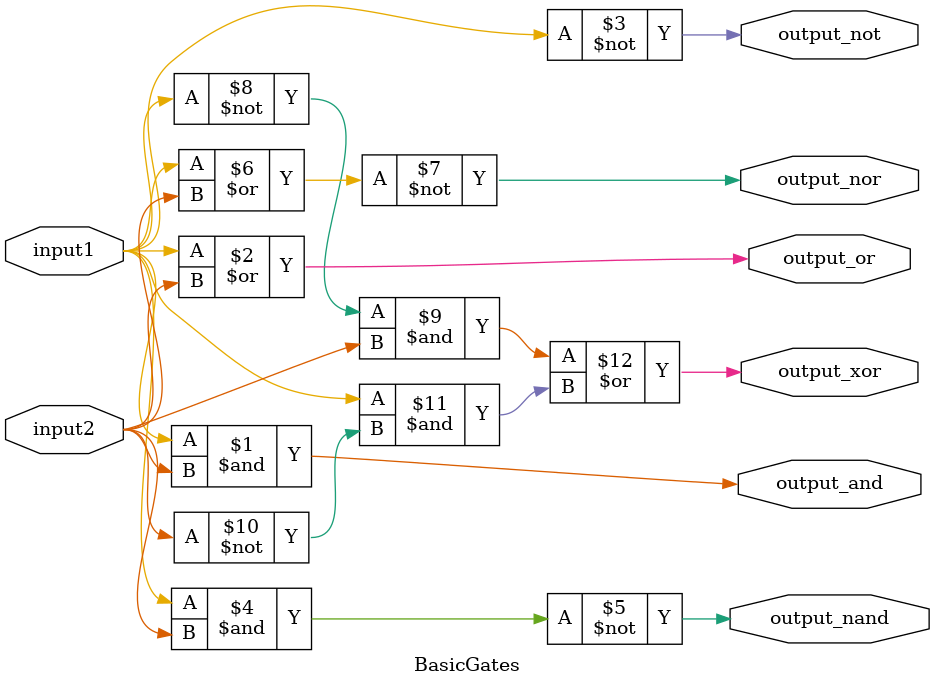
<source format=v>


module BasicGates(
input1,
input2,
output_and,
output_or,
output_not,
output_nand,
output_nor,
output_xor
);

input input1;
input input2;
output output_and;
output output_or;
output output_not;
output output_nand;
output output_nor;
output output_xor;

assign output_and = input1 & input2;
assign output_or = input1 | input2;
assign output_not = ~input1;
assign output_nand = ~(input1 & input2);
assign output_nor = ~(input1 | input2);
assign output_xor = (~input1 & input2) | (input1 & ~input2);

endmodule
</source>
